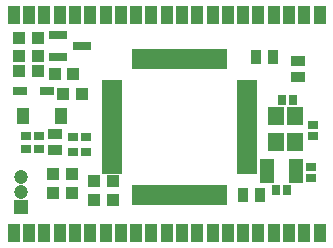
<source format=gts>
G04*
G04 #@! TF.GenerationSoftware,Altium Limited,Altium Designer,20.0.2 (26)*
G04*
G04 Layer_Color=8388736*
%FSLAX25Y25*%
%MOIN*%
G70*
G01*
G75*
%ADD28R,0.03753X0.04501*%
%ADD29R,0.04501X0.03753*%
%ADD30R,0.03556X0.03162*%
%ADD31R,0.03241X0.03162*%
%ADD32R,0.03162X0.03241*%
%ADD33R,0.04147X0.04147*%
%ADD34R,0.05918X0.03162*%
%ADD35R,0.05072X0.02965*%
%ADD36R,0.04383X0.05603*%
%ADD37R,0.04147X0.04147*%
%ADD38R,0.04737X0.07887*%
%ADD39R,0.05524X0.06312*%
%ADD40R,0.06607X0.01981*%
%ADD41R,0.01981X0.06607*%
%ADD42C,0.04737*%
%ADD43R,0.04737X0.04737*%
%ADD44R,0.03950X0.06312*%
D28*
X83866Y13693D02*
D03*
X78354D02*
D03*
X82768Y59764D02*
D03*
X88279D02*
D03*
D29*
X96811Y52953D02*
D03*
Y58465D02*
D03*
X15677Y34083D02*
D03*
Y28571D02*
D03*
D30*
X10429Y28941D02*
D03*
X6098D02*
D03*
X10429Y33358D02*
D03*
X6098D02*
D03*
X21701Y27953D02*
D03*
X26032D02*
D03*
X21701Y32972D02*
D03*
X26032D02*
D03*
D31*
X101677Y37138D02*
D03*
Y33516D02*
D03*
X101012Y19287D02*
D03*
Y22909D02*
D03*
D32*
X94886Y45390D02*
D03*
X91264D02*
D03*
X93126Y15303D02*
D03*
X89504D02*
D03*
D33*
X28764Y18287D02*
D03*
Y12185D02*
D03*
X34972Y18287D02*
D03*
Y12185D02*
D03*
X15126Y20630D02*
D03*
Y14527D02*
D03*
X21413Y20630D02*
D03*
Y14527D02*
D03*
X3742Y66154D02*
D03*
Y60052D02*
D03*
X10142D02*
D03*
Y66154D02*
D03*
D34*
X16532Y67091D02*
D03*
Y59610D02*
D03*
X24799Y63350D02*
D03*
D35*
X13106Y48520D02*
D03*
X4130D02*
D03*
D36*
X4878Y40130D02*
D03*
X17752D02*
D03*
D37*
X15563Y54094D02*
D03*
X21665D02*
D03*
X9850Y55216D02*
D03*
X3748D02*
D03*
X24587Y47512D02*
D03*
X18484D02*
D03*
D38*
X86248Y21583D02*
D03*
X96091D02*
D03*
D39*
X95550Y31519D02*
D03*
Y40181D02*
D03*
X89250D02*
D03*
Y31519D02*
D03*
D40*
X79791Y21686D02*
D03*
Y23655D02*
D03*
Y25623D02*
D03*
Y27592D02*
D03*
Y29560D02*
D03*
Y31529D02*
D03*
Y33497D02*
D03*
Y35466D02*
D03*
Y37434D02*
D03*
Y39403D02*
D03*
Y41371D02*
D03*
Y43340D02*
D03*
Y45308D02*
D03*
Y47277D02*
D03*
Y49245D02*
D03*
Y51214D02*
D03*
X34609D02*
D03*
Y49245D02*
D03*
Y47277D02*
D03*
Y45308D02*
D03*
Y43340D02*
D03*
Y41371D02*
D03*
Y39403D02*
D03*
Y37434D02*
D03*
Y35466D02*
D03*
Y33497D02*
D03*
Y31529D02*
D03*
Y29560D02*
D03*
Y27592D02*
D03*
Y25623D02*
D03*
Y23655D02*
D03*
Y21686D02*
D03*
D41*
X71964Y59041D02*
D03*
X69995D02*
D03*
X68027D02*
D03*
X66058D02*
D03*
X64090D02*
D03*
X62121D02*
D03*
X60153D02*
D03*
X58184D02*
D03*
X56216D02*
D03*
X54247D02*
D03*
X52279D02*
D03*
X50310D02*
D03*
X48342D02*
D03*
X46373D02*
D03*
X44405D02*
D03*
X42436D02*
D03*
Y13859D02*
D03*
X44405D02*
D03*
X46373D02*
D03*
X48342D02*
D03*
X50310D02*
D03*
X52279D02*
D03*
X54247D02*
D03*
X56216D02*
D03*
X58184D02*
D03*
X60153D02*
D03*
X62121D02*
D03*
X64090D02*
D03*
X66058D02*
D03*
X68027D02*
D03*
X69995D02*
D03*
X71964D02*
D03*
D42*
X4465Y19681D02*
D03*
Y14681D02*
D03*
D43*
Y9681D02*
D03*
D44*
X98757Y1181D02*
D03*
X93662D02*
D03*
X103851D02*
D03*
X88568D02*
D03*
X58000D02*
D03*
X63095D02*
D03*
X68189D02*
D03*
X73284D02*
D03*
X78378D02*
D03*
X83473D02*
D03*
X52906D02*
D03*
X47811D02*
D03*
X42717D02*
D03*
X12156D02*
D03*
X17249D02*
D03*
X22343D02*
D03*
X27436D02*
D03*
X32530D02*
D03*
X37623D02*
D03*
X7062D02*
D03*
X1969D02*
D03*
X7063Y73622D02*
D03*
X12158D02*
D03*
X1969D02*
D03*
X17252D02*
D03*
X47820D02*
D03*
X42725D02*
D03*
X37630D02*
D03*
X32536D02*
D03*
X27441D02*
D03*
X22347D02*
D03*
X52914D02*
D03*
X58009D02*
D03*
X63103D02*
D03*
X93664D02*
D03*
X88571D02*
D03*
X83477D02*
D03*
X78384D02*
D03*
X73290D02*
D03*
X68197D02*
D03*
X98758D02*
D03*
X103851D02*
D03*
M02*

</source>
